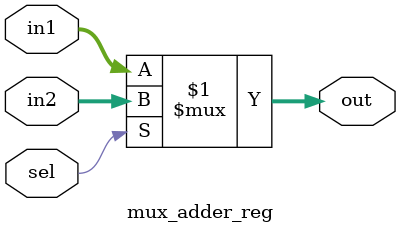
<source format=v>
module mux_adder_reg(in1,in2,out,sel);
 
parameter width=18;

input [width-1:0] in1,in2;
input sel;
output[width-1:0] out;

assign out = sel ? in2:in1;
endmodule 
</source>
